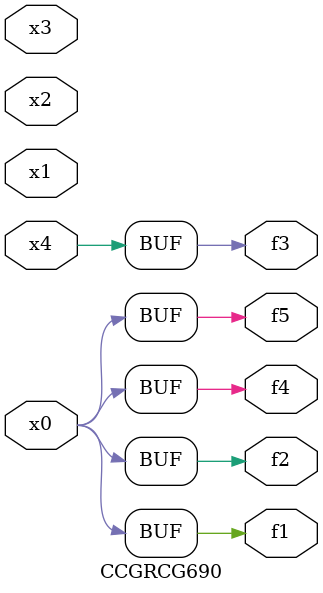
<source format=v>
module CCGRCG690(
	input x0, x1, x2, x3, x4,
	output f1, f2, f3, f4, f5
);
	assign f1 = x0;
	assign f2 = x0;
	assign f3 = x4;
	assign f4 = x0;
	assign f5 = x0;
endmodule

</source>
